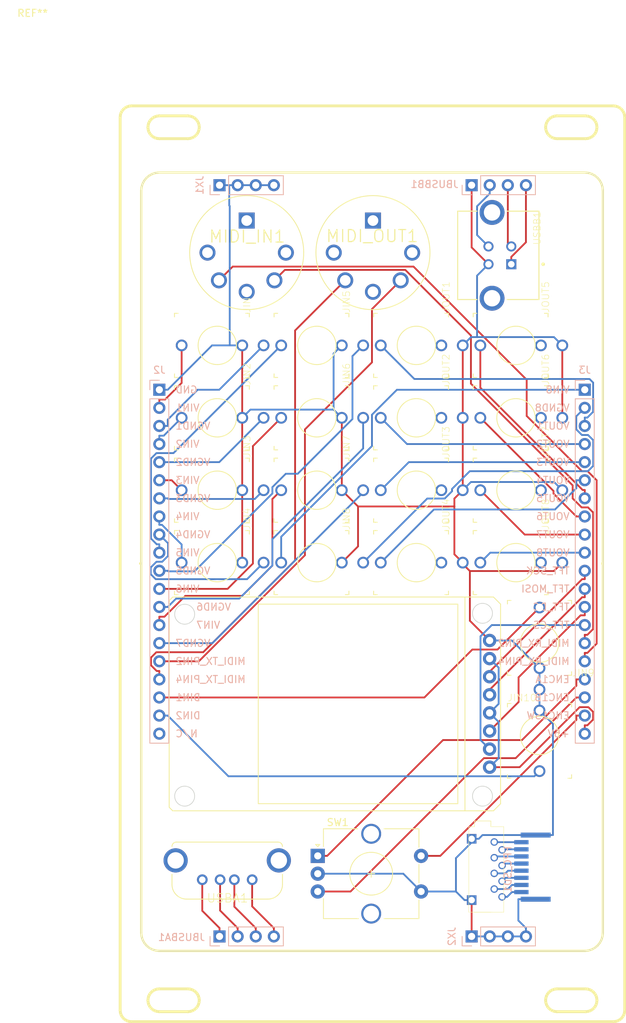
<source format=kicad_pcb>
(kicad_pcb (version 20171130) (host pcbnew "(5.1.6-0-10_14)")
  (layers (0 F.Cu signal) (31 B.Cu signal) (34 B.Paste user) (35 F.Paste user) (36 B.SilkS user) (37 F.SilkS user) (38 B.Mask user) (39 F.Mask user) (44 Edge.Cuts user))
  (net 0 "")
  (net 1 GND)
  (net 2 "Net-(FPC_SD1-Pad8)")
  (net 3 "Net-(FPC_SD1-Pad7)")
  (net 4 "Net-(FPC_SD1-Pad6)")
  (net 5 "Net-(FPC_SD1-Pad5)")
  (net 6 "Net-(FPC_SD1-Pad4)")
  (net 7 "Net-(FPC_SD1-Pad3)")
  (net 8 "Net-(FPC_SD1-Pad2)")
  (net 9 "Net-(FPC_SD1-Pad1)")
  (net 10 +5V)
  (net 11 /TFT_CS)
  (net 12 /TFT_DC)
  (net 13 /TFT_MOSI)
  (net 14 /TFT_SCK)
  (net 15 /MIDI_TX_PIN4)
  (net 16 /MIDI_TX_PIN2)
  (net 17 /VGND7)
  (net 18 /VIN7)
  (net 19 /VGND6)
  (net 20 /VIN6)
  (net 21 /VGND5)
  (net 22 /VIN5)
  (net 23 /VGND4)
  (net 24 /VIN4)
  (net 25 /VGND3)
  (net 26 /VIN3)
  (net 27 /VGND2)
  (net 28 /VIN2)
  (net 29 /VGND1)
  (net 30 /VIN1)
  (net 31 /MIDI_RX_PIN4)
  (net 32 /MIDI_RX_PIN2)
  (net 33 /VOUT8)
  (net 34 /VOUT7)
  (net 35 /VOUT6)
  (net 36 /VOUT5)
  (net 37 /VOUT4)
  (net 38 /VOUT3)
  (net 39 /VOUT2)
  (net 40 /VOUT1)
  (net 41 /VGND8)
  (net 42 /VIN8)
  (net 43 "Net-(JBUSBA1-Pad4)")
  (net 44 "Net-(JBUSBA1-Pad3)")
  (net 45 "Net-(JBUSBA1-Pad2)")
  (net 46 "Net-(JBUSBA1-Pad1)")
  (net 47 "Net-(JBUSBB1-Pad4)")
  (net 48 "Net-(JBUSBB1-Pad3)")
  (net 49 "Net-(JBUSBB1-Pad2)")
  (net 50 "Net-(J2-Pad20)")
  (net 51 /DIN2)
  (net 52 /DIN1)
  (net 53 /ENC1SW)
  (net 54 /ENC1B)
  (net 55 /ENC1A)
  (net 56 "Net-(JOUT1-PadTN)")
  (net 57 "Net-(JOUT2-PadTN)")
  (net 58 "Net-(JOUT3-PadTN)")
  (net 59 "Net-(JOUT4-PadTN)")
  (net 60 "Net-(JOUT5-PadTN)")
  (net 61 "Net-(JOUT6-PadTN)")
  (net 62 "Net-(JOUT7-PadTN)")
  (net 63 "Net-(JOUT8-PadTN)")
  (net 64 "Net-(MIDI_IN1-Pad5)")
  (net 65 "Net-(MIDI_IN1-Pad3)")
  (net 66 "Net-(MIDI_IN1-Pad1)")
  (net 67 "Net-(MIDI_OUT1-Pad5)")
  (net 68 "Net-(MIDI_OUT1-Pad3)")
  (net 69 "Net-(MIDI_OUT1-Pad1)")
  (net 70 "Net-(USBA1-Pad6)")
  (net 71 "Net-(USBA1-Pad5)")
  (net 72 "Net-(USBB1-Pad6)")
  (net 73 "Net-(USBB1-Pad5)")
  (module footprints:front-panel (layer F.Cu) (at 0 0)
    (fp_text reference REF** (at 0 0.5) (layer F.SilkS))
    (fp_text value front-panel)
  )
  (module Connector_PinSocket_2.54mm:PinSocket_1x04_P2.54mm_Vertical (layer B.Cu) (at 61.595 130.048 270)
    (fp_text reference JX2 (at 0 2.77 90) (layer B.SilkS) (effects (justify mirror)))
    (fp_text value Conn_01x04)
    (pad 4 thru_hole oval (at 0 -7.62 270) (size 1.7 1.7) (drill 1) (layers *.Cu *.Mask) (net 1 GND))
    (pad 3 thru_hole oval (at 0 -5.08 270) (size 1.7 1.7) (drill 1) (layers *.Cu *.Mask) (net 1 GND))
    (pad 2 thru_hole oval (at 0 -2.54 270) (size 1.7 1.7) (drill 1) (layers *.Cu *.Mask) (net 1 GND))
    (pad 1 thru_hole rect (at 0 0 270) (size 1.7 1.7) (drill 1) (layers *.Cu *.Mask) (net 1 GND))
  )
  (module Connector_PinSocket_2.54mm:PinSocket_1x04_P2.54mm_Vertical (layer B.Cu) (at 26.2255 24.638 270)
    (fp_text reference JX1 (at 0 2.77 90) (layer B.SilkS) (effects (justify mirror)))
    (fp_text value Conn_01x04)
    (pad 4 thru_hole oval (at 0 -7.62 270) (size 1.7 1.7) (drill 1) (layers *.Cu *.Mask) (net 1 GND))
    (pad 3 thru_hole oval (at 0 -5.08 270) (size 1.7 1.7) (drill 1) (layers *.Cu *.Mask) (net 1 GND))
    (pad 2 thru_hole oval (at 0 -2.54 270) (size 1.7 1.7) (drill 1) (layers *.Cu *.Mask) (net 1 GND))
    (pad 1 thru_hole rect (at 0 0 270) (size 1.7 1.7) (drill 1) (layers *.Cu *.Mask) (net 1 GND))
  )
  (module footprints:WQP-PJ301M-12_JACK (layer F.Cu) (at 71.12 101.854 180)
    (fp_text reference JIN10 (at 4.5212 4.7244) (layer F.SilkS) (effects (font (size 0.9652 0.9652) (thickness 0.077216)) (justify left bottom)))
    (fp_text value AudioJack2_SwitchT hide)
    (pad TN thru_hole circle (at 0 3.5 180) (size 1.65 1.65) (drill 1.1) (layers *.Cu *.Mask) (net 1 GND))
    (pad T thru_hole circle (at 0 -5 180) (size 1.65 1.65) (drill 1.1) (layers *.Cu *.Mask) (net 51 /DIN2))
  )
  (module Rotary_Encoder:RotaryEncoder_Alps_EC12E-Switch_Vertical_H20mm_CircularMountingHoles (layer F.Cu) (at 40.005 118.745)
    (fp_text reference SW1 (at 2.8 -4.7) (layer F.SilkS))
    (fp_text value Rotary_Encoder_Switch)
    (pad A thru_hole rect (at 0 0) (size 2 2) (drill 1) (layers *.Cu *.Mask) (net 55 /ENC1A))
    (pad C thru_hole circle (at 0 2.5) (size 2 2) (drill 1) (layers *.Cu *.Mask) (net 1 GND))
    (pad B thru_hole circle (at 0 5) (size 2 2) (drill 1) (layers *.Cu *.Mask) (net 54 /ENC1B))
    (pad MP thru_hole circle (at 7.5 -3.1) (size 2.8 2.8) (drill 2.2) (layers *.Cu *.Mask))
    (pad MP thru_hole circle (at 7.5 8.1) (size 2.8 2.8) (drill 2.2) (layers *.Cu *.Mask))
    (pad S1 thru_hole circle (at 14.5 0) (size 2 2) (drill 1) (layers *.Cu *.Mask) (net 53 /ENC1SW))
    (pad S2 thru_hole circle (at 14.5 5) (size 2 2) (drill 1) (layers *.Cu *.Mask) (net 1 GND))
  )
  (module footprints:WQP-PJ301M-12_JACK (layer F.Cu) (at 71.12 88.9)
    (fp_text reference JIN9 (at 4.5212 4.7244 -180) (layer F.SilkS) (effects (font (size 0.9652 0.9652) (thickness 0.077216)) (justify left bottom)))
    (fp_text value AudioJack2_SwitchT hide)
    (pad S thru_hole circle (at 0 6.5) (size 1.65 1.65) (drill 1.1) (layers *.Cu *.Mask) (net 1 GND))
    (pad TN thru_hole circle (at 0 3.5) (size 1.65 1.65) (drill 1.1) (layers *.Cu *.Mask) (net 1 GND))
    (pad T thru_hole circle (at 0 -5) (size 1.65 1.65) (drill 1.1) (layers *.Cu *.Mask) (net 52 /DIN1))
  )
  (module Connector_PinSocket_2.54mm:PinSocket_1x20_P2.54mm_Vertical (layer B.Cu) (at 77.47 53.34 180)
    (fp_text reference J3 (at 0 2.77) (layer B.SilkS) (effects (justify mirror)))
    (fp_text value Conn_01x20)
    (pad 20 thru_hole oval (at 0 -48.26 180) (size 1.7 1.7) (drill 1) (layers *.Cu *.Mask) (net 10 +5V))
    (pad 19 thru_hole oval (at 0 -45.72 180) (size 1.7 1.7) (drill 1) (layers *.Cu *.Mask) (net 53 /ENC1SW))
    (pad 18 thru_hole oval (at 0 -43.18 180) (size 1.7 1.7) (drill 1) (layers *.Cu *.Mask) (net 54 /ENC1B))
    (pad 17 thru_hole oval (at 0 -40.64 180) (size 1.7 1.7) (drill 1) (layers *.Cu *.Mask) (net 55 /ENC1A))
    (pad 16 thru_hole oval (at 0 -38.1 180) (size 1.7 1.7) (drill 1) (layers *.Cu *.Mask) (net 31 /MIDI_RX_PIN4))
    (pad 15 thru_hole oval (at 0 -35.56 180) (size 1.7 1.7) (drill 1) (layers *.Cu *.Mask) (net 32 /MIDI_RX_PIN2))
    (pad 14 thru_hole oval (at 0 -33.02 180) (size 1.7 1.7) (drill 1) (layers *.Cu *.Mask) (net 11 /TFT_CS))
    (pad 13 thru_hole oval (at 0 -30.48 180) (size 1.7 1.7) (drill 1) (layers *.Cu *.Mask) (net 12 /TFT_DC))
    (pad 12 thru_hole oval (at 0 -27.94 180) (size 1.7 1.7) (drill 1) (layers *.Cu *.Mask) (net 13 /TFT_MOSI))
    (pad 11 thru_hole oval (at 0 -25.4 180) (size 1.7 1.7) (drill 1) (layers *.Cu *.Mask) (net 14 /TFT_SCK))
    (pad 10 thru_hole oval (at 0 -22.86 180) (size 1.7 1.7) (drill 1) (layers *.Cu *.Mask) (net 33 /VOUT8))
    (pad 9 thru_hole oval (at 0 -20.32 180) (size 1.7 1.7) (drill 1) (layers *.Cu *.Mask) (net 34 /VOUT7))
    (pad 8 thru_hole oval (at 0 -17.78 180) (size 1.7 1.7) (drill 1) (layers *.Cu *.Mask) (net 35 /VOUT6))
    (pad 7 thru_hole oval (at 0 -15.24 180) (size 1.7 1.7) (drill 1) (layers *.Cu *.Mask) (net 36 /VOUT5))
    (pad 6 thru_hole oval (at 0 -12.7 180) (size 1.7 1.7) (drill 1) (layers *.Cu *.Mask) (net 37 /VOUT4))
    (pad 5 thru_hole oval (at 0 -10.16 180) (size 1.7 1.7) (drill 1) (layers *.Cu *.Mask) (net 38 /VOUT3))
    (pad 4 thru_hole oval (at 0 -7.62 180) (size 1.7 1.7) (drill 1) (layers *.Cu *.Mask) (net 39 /VOUT2))
    (pad 3 thru_hole oval (at 0 -5.08 180) (size 1.7 1.7) (drill 1) (layers *.Cu *.Mask) (net 40 /VOUT1))
    (pad 2 thru_hole oval (at 0 -2.54 180) (size 1.7 1.7) (drill 1) (layers *.Cu *.Mask) (net 41 /VGND8))
    (pad 1 thru_hole rect (at 0 0 180) (size 1.7 1.7) (drill 1) (layers *.Cu *.Mask) (net 42 /VIN8))
  )
  (module Connector_PinSocket_2.54mm:PinSocket_1x20_P2.54mm_Vertical (layer B.Cu) (at 17.78 53.34 180)
    (fp_text reference J2 (at 0 2.77) (layer B.SilkS) (effects (justify mirror)))
    (fp_text value Conn_01x20)
    (pad 20 thru_hole oval (at 0 -48.26 180) (size 1.7 1.7) (drill 1) (layers *.Cu *.Mask) (net 50 "Net-(J2-Pad20)"))
    (pad 19 thru_hole oval (at 0 -45.72 180) (size 1.7 1.7) (drill 1) (layers *.Cu *.Mask) (net 51 /DIN2))
    (pad 18 thru_hole oval (at 0 -43.18 180) (size 1.7 1.7) (drill 1) (layers *.Cu *.Mask) (net 52 /DIN1))
    (pad 17 thru_hole oval (at 0 -40.64 180) (size 1.7 1.7) (drill 1) (layers *.Cu *.Mask) (net 15 /MIDI_TX_PIN4))
    (pad 16 thru_hole oval (at 0 -38.1 180) (size 1.7 1.7) (drill 1) (layers *.Cu *.Mask) (net 16 /MIDI_TX_PIN2))
    (pad 15 thru_hole oval (at 0 -35.56 180) (size 1.7 1.7) (drill 1) (layers *.Cu *.Mask) (net 17 /VGND7))
    (pad 14 thru_hole oval (at 0 -33.02 180) (size 1.7 1.7) (drill 1) (layers *.Cu *.Mask) (net 18 /VIN7))
    (pad 13 thru_hole oval (at 0 -30.48 180) (size 1.7 1.7) (drill 1) (layers *.Cu *.Mask) (net 19 /VGND6))
    (pad 12 thru_hole oval (at 0 -27.94 180) (size 1.7 1.7) (drill 1) (layers *.Cu *.Mask) (net 20 /VIN6))
    (pad 11 thru_hole oval (at 0 -25.4 180) (size 1.7 1.7) (drill 1) (layers *.Cu *.Mask) (net 21 /VGND5))
    (pad 10 thru_hole oval (at 0 -22.86 180) (size 1.7 1.7) (drill 1) (layers *.Cu *.Mask) (net 22 /VIN5))
    (pad 9 thru_hole oval (at 0 -20.32 180) (size 1.7 1.7) (drill 1) (layers *.Cu *.Mask) (net 23 /VGND4))
    (pad 8 thru_hole oval (at 0 -17.78 180) (size 1.7 1.7) (drill 1) (layers *.Cu *.Mask) (net 24 /VIN4))
    (pad 7 thru_hole oval (at 0 -15.24 180) (size 1.7 1.7) (drill 1) (layers *.Cu *.Mask) (net 25 /VGND3))
    (pad 6 thru_hole oval (at 0 -12.7 180) (size 1.7 1.7) (drill 1) (layers *.Cu *.Mask) (net 26 /VIN3))
    (pad 5 thru_hole oval (at 0 -10.16 180) (size 1.7 1.7) (drill 1) (layers *.Cu *.Mask) (net 27 /VGND2))
    (pad 4 thru_hole oval (at 0 -7.62 180) (size 1.7 1.7) (drill 1) (layers *.Cu *.Mask) (net 28 /VIN2))
    (pad 3 thru_hole oval (at 0 -5.08 180) (size 1.7 1.7) (drill 1) (layers *.Cu *.Mask) (net 29 /VGND1))
    (pad 2 thru_hole oval (at 0 -2.54 180) (size 1.7 1.7) (drill 1) (layers *.Cu *.Mask) (net 30 /VIN1))
    (pad 1 thru_hole rect (at 0 0 180) (size 1.7 1.7) (drill 1) (layers *.Cu *.Mask) (net 1 GND))
  )
  (module footprints:WURTH_ELECTRONICS_61400413321_0 (layer F.Cu) (at 65.3415 34.4805 270)
    (fp_text reference USBB1 (at -6.2 -6 270) (layer F.SilkS) (effects (font (size 0.95 0.95) (thickness 0.076)) (justify right bottom)))
    (fp_text value 61400413321 hide)
    (pad 3 thru_hole circle (at -1.25 1.38 270) (size 1.42 1.42) (drill 0.92) (layers *.Cu *.Mask) (net 49 "Net-(JBUSBB1-Pad2)"))
    (pad 4 thru_hole circle (at 1.25 1.38 270) (size 1.42 1.42) (drill 0.92) (layers *.Cu *.Mask) (net 1 GND))
    (pad 2 thru_hole circle (at -1.25 -1.82 270) (size 1.42 1.42) (drill 0.92) (layers *.Cu *.Mask) (net 48 "Net-(JBUSBB1-Pad3)"))
    (pad 1 thru_hole rect (at 1.25 -1.82 270) (size 1.42 1.42) (drill 0.92) (layers *.Cu *.Mask) (net 47 "Net-(JBUSBB1-Pad4)"))
    (pad 6 thru_hole circle (at 6.02 0.88 270) (size 3.5 3.5) (drill 2.3) (layers *.Cu *.Mask) (net 72 "Net-(USBB1-Pad6)"))
    (pad 5 thru_hole circle (at -6.02 0.88 270) (size 3.5 3.5) (drill 2.3) (layers *.Cu *.Mask) (net 73 "Net-(USBB1-Pad5)"))
  )
  (module footprints:USB-A-S-X-X-VT (layer F.Cu) (at 27.305 119.38 180)
    (fp_text reference USBA1 (at -3.001018 -6.00205) (layer F.SilkS) (effects (font (size 1.206909 1.206909) (thickness 0.096552)) (justify right bottom)))
    (fp_text value USB-A-S-X-X-VT)
    (pad 6 thru_hole circle (at 7.24 0 180) (size 3.400001 3.400001) (drill 2.3) (layers *.Cu *.Mask) (net 70 "Net-(USBA1-Pad6)"))
    (pad 5 thru_hole circle (at -7.24 0 180) (size 3.400001 3.400001) (drill 2.3) (layers *.Cu *.Mask) (net 71 "Net-(USBA1-Pad5)"))
    (pad 4 thru_hole circle (at 3.5 -2.71 180) (size 1.5 1.5) (drill 0.92) (layers *.Cu *.Mask) (net 46 "Net-(JBUSBA1-Pad1)"))
    (pad 3 thru_hole circle (at 1 -2.71 180) (size 1.5 1.5) (drill 0.92) (layers *.Cu *.Mask) (net 45 "Net-(JBUSBA1-Pad2)"))
    (pad 2 thru_hole circle (at -1 -2.71 180) (size 1.5 1.5) (drill 0.92) (layers *.Cu *.Mask) (net 44 "Net-(JBUSBA1-Pad3)"))
    (pad 1 thru_hole circle (at -3.5 -2.71 180) (size 1.5 1.5) (drill 0.92) (layers *.Cu *.Mask) (net 43 "Net-(JBUSBA1-Pad4)"))
  )
  (module footprints:YAMAICHI_MICROSD_VERTICAL (layer F.Cu) (at 64.77 120.65 270)
    (fp_text reference SDCARD1 hide)
    (fp_text value YAMAICHI_SD_CARD hide)
    (pad 8 thru_hole circle (at 3.85 -1.1 270) (size 1.05 1.05) (drill 0.7) (layers *.Cu *.Mask) (net 9 "Net-(FPC_SD1-Pad1)"))
    (pad 7 thru_hole circle (at 2.75 0 270) (size 1.05 1.05) (drill 0.7) (layers *.Cu *.Mask) (net 8 "Net-(FPC_SD1-Pad2)"))
    (pad 6 thru_hole circle (at 1.65 -1.1 270) (size 1.05 1.05) (drill 0.7) (layers *.Cu *.Mask) (net 7 "Net-(FPC_SD1-Pad3)"))
    (pad 5 thru_hole circle (at 0.55 0 270) (size 1.05 1.05) (drill 0.7) (layers *.Cu *.Mask) (net 6 "Net-(FPC_SD1-Pad4)"))
    (pad 4 thru_hole circle (at -0.55 -1.1 270) (size 1.05 1.05) (drill 0.7) (layers *.Cu *.Mask) (net 5 "Net-(FPC_SD1-Pad5)"))
    (pad 3 thru_hole circle (at -1.65 0 270) (size 1.05 1.05) (drill 0.7) (layers *.Cu *.Mask) (net 4 "Net-(FPC_SD1-Pad6)"))
    (pad 2 thru_hole circle (at -2.75 -1.1 270) (size 1.05 1.05) (drill 0.7) (layers *.Cu *.Mask) (net 3 "Net-(FPC_SD1-Pad7)"))
    (pad 1 thru_hole circle (at -3.85 0 270) (size 1.05 1.05) (drill 0.7) (layers *.Cu *.Mask) (net 2 "Net-(FPC_SD1-Pad8)"))
    (pad 9 thru_hole rect (at 4.3 3.17 270) (size 1.35 1.35) (drill 0.9) (layers *.Cu *.Mask) (net 1 GND))
    (pad 10 thru_hole rect (at -4.3 3.17 270) (size 1.35 1.35) (drill 0.9) (layers *.Cu *.Mask) (net 1 GND))
  )
  (module footprints:OG-MIDI_SD-50BV (layer F.Cu) (at 47.752 34.0995 180)
    (fp_text reference MIDI_OUT1 (at -6.477 1.3335 180) (layer F.SilkS) (effects (font (size 1.6891 1.6891) (thickness 0.16891)) (justify right bottom)))
    (fp_text value DIN-5 hide)
    (pad P$3 thru_hole rect (at 0 4.5 180) (size 2.25 2.25) (drill 1.5) (layers *.Cu *.Mask))
    (pad 4 thru_hole circle (at 3.89 -3.89 180) (size 2.25 2.25) (drill 1.5) (layers *.Cu *.Mask) (net 15 /MIDI_TX_PIN4))
    (pad 2 thru_hole circle (at -3.89 -3.89 180) (size 2.25 2.25) (drill 1.5) (layers *.Cu *.Mask) (net 16 /MIDI_TX_PIN2))
    (pad 5 thru_hole circle (at 5.5 0 180) (size 2.25 2.25) (drill 1.5) (layers *.Cu *.Mask) (net 67 "Net-(MIDI_OUT1-Pad5)"))
    (pad 3 thru_hole circle (at 0 -5.5 270) (size 2.25 2.25) (drill 1.5) (layers *.Cu *.Mask) (net 68 "Net-(MIDI_OUT1-Pad3)"))
    (pad 1 thru_hole circle (at -5.5 0 180) (size 2.25 2.25) (drill 1.5) (layers *.Cu *.Mask) (net 69 "Net-(MIDI_OUT1-Pad1)"))
  )
  (module footprints:OG-MIDI_SD-50BV (layer F.Cu) (at 30.0355 34.0995 180)
    (fp_text reference MIDI_IN1 (at -5.5245 1.27 180) (layer F.SilkS) (effects (font (size 1.6891 1.6891) (thickness 0.16891)) (justify right bottom)))
    (fp_text value DIN-5 hide)
    (pad P$3 thru_hole rect (at 0 4.5 180) (size 2.25 2.25) (drill 1.5) (layers *.Cu *.Mask))
    (pad 4 thru_hole circle (at 3.89 -3.89 180) (size 2.25 2.25) (drill 1.5) (layers *.Cu *.Mask) (net 31 /MIDI_RX_PIN4))
    (pad 2 thru_hole circle (at -3.89 -3.89 180) (size 2.25 2.25) (drill 1.5) (layers *.Cu *.Mask) (net 32 /MIDI_RX_PIN2))
    (pad 5 thru_hole circle (at 5.5 0 180) (size 2.25 2.25) (drill 1.5) (layers *.Cu *.Mask) (net 64 "Net-(MIDI_IN1-Pad5)"))
    (pad 3 thru_hole circle (at 0 -5.5 270) (size 2.25 2.25) (drill 1.5) (layers *.Cu *.Mask) (net 65 "Net-(MIDI_IN1-Pad3)"))
    (pad 1 thru_hole circle (at -5.5 0 180) (size 2.25 2.25) (drill 1.5) (layers *.Cu *.Mask) (net 66 "Net-(MIDI_IN1-Pad1)"))
  )
  (module footprints:WQP-PJ301M-12_JACK (layer F.Cu) (at 67.818 77.597 90)
    (fp_text reference JOUT8 (at 4.5212 4.7244 -90) (layer F.SilkS) (effects (font (size 0.9652 0.9652) (thickness 0.077216)) (justify left bottom)))
    (fp_text value AudioJack2_SwitchT hide)
    (pad S thru_hole circle (at 0 6.5 90) (size 1.65 1.65) (drill 1.1) (layers *.Cu *.Mask) (net 1 GND))
    (pad TN thru_hole circle (at 0 3.5 90) (size 1.65 1.65) (drill 1.1) (layers *.Cu *.Mask) (net 63 "Net-(JOUT8-PadTN)"))
    (pad T thru_hole circle (at 0 -5 90) (size 1.65 1.65) (drill 1.1) (layers *.Cu *.Mask) (net 33 /VOUT8))
  )
  (module footprints:WQP-PJ301M-12_JACK (layer F.Cu) (at 67.818 67.437 90)
    (fp_text reference JOUT7 (at 4.5212 4.7244 -90) (layer F.SilkS) (effects (font (size 0.9652 0.9652) (thickness 0.077216)) (justify left bottom)))
    (fp_text value AudioJack2_SwitchT hide)
    (pad S thru_hole circle (at 0 6.5 90) (size 1.65 1.65) (drill 1.1) (layers *.Cu *.Mask) (net 1 GND))
    (pad TN thru_hole circle (at 0 3.5 90) (size 1.65 1.65) (drill 1.1) (layers *.Cu *.Mask) (net 62 "Net-(JOUT7-PadTN)"))
    (pad T thru_hole circle (at 0 -5 90) (size 1.65 1.65) (drill 1.1) (layers *.Cu *.Mask) (net 34 /VOUT7))
  )
  (module footprints:WQP-PJ301M-12_JACK (layer F.Cu) (at 67.818 57.277 90)
    (fp_text reference JOUT6 (at 4.5212 4.7244 -90) (layer F.SilkS) (effects (font (size 0.9652 0.9652) (thickness 0.077216)) (justify left bottom)))
    (fp_text value AudioJack2_SwitchT hide)
    (pad S thru_hole circle (at 0 6.5 90) (size 1.65 1.65) (drill 1.1) (layers *.Cu *.Mask) (net 1 GND))
    (pad TN thru_hole circle (at 0 3.5 90) (size 1.65 1.65) (drill 1.1) (layers *.Cu *.Mask) (net 61 "Net-(JOUT6-PadTN)"))
    (pad T thru_hole circle (at 0 -5 90) (size 1.65 1.65) (drill 1.1) (layers *.Cu *.Mask) (net 35 /VOUT6))
  )
  (module footprints:WQP-PJ301M-12_JACK (layer F.Cu) (at 67.818 47.117 90)
    (fp_text reference JOUT5 (at 4.5212 4.7244 -90) (layer F.SilkS) (effects (font (size 0.9652 0.9652) (thickness 0.077216)) (justify left bottom)))
    (fp_text value AudioJack2_SwitchT hide)
    (pad S thru_hole circle (at 0 6.5 90) (size 1.65 1.65) (drill 1.1) (layers *.Cu *.Mask) (net 1 GND))
    (pad TN thru_hole circle (at 0 3.5 90) (size 1.65 1.65) (drill 1.1) (layers *.Cu *.Mask) (net 60 "Net-(JOUT5-PadTN)"))
    (pad T thru_hole circle (at 0 -5 90) (size 1.65 1.65) (drill 1.1) (layers *.Cu *.Mask) (net 36 /VOUT5))
  )
  (module footprints:WQP-PJ301M-12_JACK (layer F.Cu) (at 53.848 77.597 90)
    (fp_text reference JOUT4 (at 4.5212 4.7244 -90) (layer F.SilkS) (effects (font (size 0.9652 0.9652) (thickness 0.077216)) (justify left bottom)))
    (fp_text value AudioJack2_SwitchT hide)
    (pad S thru_hole circle (at 0 6.5 90) (size 1.65 1.65) (drill 1.1) (layers *.Cu *.Mask) (net 1 GND))
    (pad TN thru_hole circle (at 0 3.5 90) (size 1.65 1.65) (drill 1.1) (layers *.Cu *.Mask) (net 59 "Net-(JOUT4-PadTN)"))
    (pad T thru_hole circle (at 0 -5 90) (size 1.65 1.65) (drill 1.1) (layers *.Cu *.Mask) (net 37 /VOUT4))
  )
  (module footprints:WQP-PJ301M-12_JACK (layer F.Cu) (at 53.848 67.437 90)
    (fp_text reference JOUT3 (at 4.5212 4.7244 -90) (layer F.SilkS) (effects (font (size 0.9652 0.9652) (thickness 0.077216)) (justify left bottom)))
    (fp_text value AudioJack2_SwitchT hide)
    (pad S thru_hole circle (at 0 6.5 90) (size 1.65 1.65) (drill 1.1) (layers *.Cu *.Mask) (net 1 GND))
    (pad TN thru_hole circle (at 0 3.5 90) (size 1.65 1.65) (drill 1.1) (layers *.Cu *.Mask) (net 58 "Net-(JOUT3-PadTN)"))
    (pad T thru_hole circle (at 0 -5 90) (size 1.65 1.65) (drill 1.1) (layers *.Cu *.Mask) (net 38 /VOUT3))
  )
  (module footprints:WQP-PJ301M-12_JACK (layer F.Cu) (at 53.848 57.277 90)
    (fp_text reference JOUT2 (at 4.5212 4.7244 -90) (layer F.SilkS) (effects (font (size 0.9652 0.9652) (thickness 0.077216)) (justify left bottom)))
    (fp_text value AudioJack2_SwitchT hide)
    (pad S thru_hole circle (at 0 6.5 90) (size 1.65 1.65) (drill 1.1) (layers *.Cu *.Mask) (net 1 GND))
    (pad TN thru_hole circle (at 0 3.5 90) (size 1.65 1.65) (drill 1.1) (layers *.Cu *.Mask) (net 57 "Net-(JOUT2-PadTN)"))
    (pad T thru_hole circle (at 0 -5 90) (size 1.65 1.65) (drill 1.1) (layers *.Cu *.Mask) (net 39 /VOUT2))
  )
  (module footprints:WQP-PJ301M-12_JACK (layer F.Cu) (at 53.848 47.117 90)
    (fp_text reference JOUT1 (at 4.5212 4.7244 -90) (layer F.SilkS) (effects (font (size 0.9652 0.9652) (thickness 0.077216)) (justify left bottom)))
    (fp_text value AudioJack2_SwitchT hide)
    (pad S thru_hole circle (at 0 6.5 90) (size 1.65 1.65) (drill 1.1) (layers *.Cu *.Mask) (net 1 GND))
    (pad TN thru_hole circle (at 0 3.5 90) (size 1.65 1.65) (drill 1.1) (layers *.Cu *.Mask) (net 56 "Net-(JOUT1-PadTN)"))
    (pad T thru_hole circle (at 0 -5 90) (size 1.65 1.65) (drill 1.1) (layers *.Cu *.Mask) (net 40 /VOUT1))
  )
  (module footprints:WQP-PJ301M-12_JACK (layer F.Cu) (at 39.878 77.597 90)
    (fp_text reference JIN8 (at 4.5212 4.7244 -90) (layer F.SilkS) (effects (font (size 0.9652 0.9652) (thickness 0.077216)) (justify left bottom)))
    (fp_text value AudioJack2_SwitchT hide)
    (pad S thru_hole circle (at 0 6.5 90) (size 1.65 1.65) (drill 1.1) (layers *.Cu *.Mask) (net 41 /VGND8))
    (pad TN thru_hole circle (at 0 3.5 90) (size 1.65 1.65) (drill 1.1) (layers *.Cu *.Mask) (net 1 GND))
    (pad T thru_hole circle (at 0 -5 90) (size 1.65 1.65) (drill 1.1) (layers *.Cu *.Mask) (net 42 /VIN8))
  )
  (module footprints:WQP-PJ301M-12_JACK (layer F.Cu) (at 39.878 67.437 90)
    (fp_text reference JIN7 (at 4.5212 4.7244 -90) (layer F.SilkS) (effects (font (size 0.9652 0.9652) (thickness 0.077216)) (justify left bottom)))
    (fp_text value AudioJack2_SwitchT hide)
    (pad S thru_hole circle (at 0 6.5 90) (size 1.65 1.65) (drill 1.1) (layers *.Cu *.Mask) (net 17 /VGND7))
    (pad TN thru_hole circle (at 0 3.5 90) (size 1.65 1.65) (drill 1.1) (layers *.Cu *.Mask) (net 1 GND))
    (pad T thru_hole circle (at 0 -5 90) (size 1.65 1.65) (drill 1.1) (layers *.Cu *.Mask) (net 18 /VIN7))
  )
  (module footprints:WQP-PJ301M-12_JACK (layer F.Cu) (at 39.878 57.277 90)
    (fp_text reference JIN6 (at 4.5212 4.7244 -90) (layer F.SilkS) (effects (font (size 0.9652 0.9652) (thickness 0.077216)) (justify left bottom)))
    (fp_text value AudioJack2_SwitchT hide)
    (pad S thru_hole circle (at 0 6.5 90) (size 1.65 1.65) (drill 1.1) (layers *.Cu *.Mask) (net 19 /VGND6))
    (pad TN thru_hole circle (at 0 3.5 90) (size 1.65 1.65) (drill 1.1) (layers *.Cu *.Mask) (net 1 GND))
    (pad T thru_hole circle (at 0 -5 90) (size 1.65 1.65) (drill 1.1) (layers *.Cu *.Mask) (net 20 /VIN6))
  )
  (module footprints:WQP-PJ301M-12_JACK (layer F.Cu) (at 39.878 47.117 90)
    (fp_text reference JIN5 (at 4.5212 4.7244 -90) (layer F.SilkS) (effects (font (size 0.9652 0.9652) (thickness 0.077216)) (justify left bottom)))
    (fp_text value AudioJack2_SwitchT hide)
    (pad S thru_hole circle (at 0 6.5 90) (size 1.65 1.65) (drill 1.1) (layers *.Cu *.Mask) (net 21 /VGND5))
    (pad TN thru_hole circle (at 0 3.5 90) (size 1.65 1.65) (drill 1.1) (layers *.Cu *.Mask) (net 1 GND))
    (pad T thru_hole circle (at 0 -5 90) (size 1.65 1.65) (drill 1.1) (layers *.Cu *.Mask) (net 22 /VIN5))
  )
  (module footprints:WQP-PJ301M-12_JACK (layer F.Cu) (at 25.908 77.597 90)
    (fp_text reference JIN4 (at 4.5212 4.7244 -90) (layer F.SilkS) (effects (font (size 0.9652 0.9652) (thickness 0.077216)) (justify left bottom)))
    (fp_text value AudioJack2_SwitchT hide)
    (pad S thru_hole circle (at 0 6.5 90) (size 1.65 1.65) (drill 1.1) (layers *.Cu *.Mask) (net 23 /VGND4))
    (pad TN thru_hole circle (at 0 3.5 90) (size 1.65 1.65) (drill 1.1) (layers *.Cu *.Mask) (net 1 GND))
    (pad T thru_hole circle (at 0 -5 90) (size 1.65 1.65) (drill 1.1) (layers *.Cu *.Mask) (net 24 /VIN4))
  )
  (module footprints:WQP-PJ301M-12_JACK (layer F.Cu) (at 25.908 67.437 90)
    (fp_text reference JIN3 (at 4.5212 4.7244 -90) (layer F.SilkS) (effects (font (size 0.9652 0.9652) (thickness 0.077216)) (justify left bottom)))
    (fp_text value AudioJack2_SwitchT hide)
    (pad S thru_hole circle (at 0 6.5 90) (size 1.65 1.65) (drill 1.1) (layers *.Cu *.Mask) (net 25 /VGND3))
    (pad TN thru_hole circle (at 0 3.5 90) (size 1.65 1.65) (drill 1.1) (layers *.Cu *.Mask) (net 1 GND))
    (pad T thru_hole circle (at 0 -5 90) (size 1.65 1.65) (drill 1.1) (layers *.Cu *.Mask) (net 26 /VIN3))
  )
  (module footprints:WQP-PJ301M-12_JACK (layer F.Cu) (at 25.908 57.277 90)
    (fp_text reference JIN2 (at 4.5212 4.7244 -90) (layer F.SilkS) (effects (font (size 0.9652 0.9652) (thickness 0.077216)) (justify left bottom)))
    (fp_text value AudioJack2_SwitchT hide)
    (pad S thru_hole circle (at 0 6.5 90) (size 1.65 1.65) (drill 1.1) (layers *.Cu *.Mask) (net 27 /VGND2))
    (pad TN thru_hole circle (at 0 3.5 90) (size 1.65 1.65) (drill 1.1) (layers *.Cu *.Mask) (net 1 GND))
    (pad T thru_hole circle (at 0 -5 90) (size 1.65 1.65) (drill 1.1) (layers *.Cu *.Mask) (net 28 /VIN2))
  )
  (module footprints:WQP-PJ301M-12_JACK (layer F.Cu) (at 25.908 47.117 90)
    (fp_text reference JIN1 (at 4.5212 4.7244 -90) (layer F.SilkS) (effects (font (size 0.9652 0.9652) (thickness 0.077216)) (justify left bottom)))
    (fp_text value AudioJack2_SwitchT hide)
    (pad S thru_hole circle (at 0 6.5 90) (size 1.65 1.65) (drill 1.1) (layers *.Cu *.Mask) (net 29 /VGND1))
    (pad TN thru_hole circle (at 0 3.5 90) (size 1.65 1.65) (drill 1.1) (layers *.Cu *.Mask) (net 1 GND))
    (pad T thru_hole circle (at 0 -5 90) (size 1.65 1.65) (drill 1.1) (layers *.Cu *.Mask) (net 30 /VIN1))
  )
  (module Connector_PinSocket_2.54mm:PinSocket_1x04_P2.54mm_Vertical (layer B.Cu) (at 61.595 24.638 270)
    (fp_text reference JBUSBB1 (at -0.127 5.207 180) (layer B.SilkS) (effects (justify mirror)))
    (fp_text value Conn_01x04)
    (pad 1 thru_hole rect (at 0 0 270) (size 1.7 1.7) (drill 1) (layers *.Cu *.Mask) (net 1 GND))
    (pad 2 thru_hole oval (at 0 -2.54 270) (size 1.7 1.7) (drill 1) (layers *.Cu *.Mask) (net 49 "Net-(JBUSBB1-Pad2)"))
    (pad 3 thru_hole oval (at 0 -5.08 270) (size 1.7 1.7) (drill 1) (layers *.Cu *.Mask) (net 48 "Net-(JBUSBB1-Pad3)"))
    (pad 4 thru_hole oval (at 0 -7.62 270) (size 1.7 1.7) (drill 1) (layers *.Cu *.Mask) (net 47 "Net-(JBUSBB1-Pad4)"))
  )
  (module Connector_PinSocket_2.54mm:PinSocket_1x04_P2.54mm_Vertical (layer B.Cu) (at 26.2255 130.048 270)
    (fp_text reference JBUSBA1 (at 0.127 5.334 180) (layer B.SilkS) (effects (justify mirror)))
    (fp_text value Conn_01x04)
    (pad 1 thru_hole rect (at 0 0 270) (size 1.7 1.7) (drill 1) (layers *.Cu *.Mask) (net 46 "Net-(JBUSBA1-Pad1)"))
    (pad 2 thru_hole oval (at 0 -2.54 270) (size 1.7 1.7) (drill 1) (layers *.Cu *.Mask) (net 45 "Net-(JBUSBA1-Pad2)"))
    (pad 3 thru_hole oval (at 0 -5.08 270) (size 1.7 1.7) (drill 1) (layers *.Cu *.Mask) (net 44 "Net-(JBUSBA1-Pad3)"))
    (pad 4 thru_hole oval (at 0 -7.62 270) (size 1.7 1.7) (drill 1) (layers *.Cu *.Mask) (net 43 "Net-(JBUSBA1-Pad4)"))
  )
  (module footprints:ST7735 (layer F.Cu) (at 65.659 82.423 270)
    (fp_text reference J1 hide)
    (fp_text value Conn_01x08 hide)
    (pad 8 thru_hole circle (at 23.88 1.54) (size 1.8796 1.8796) (drill 1.016) (layers *.Cu *.Mask) (net 10 +5V))
    (pad 7 thru_hole circle (at 21.34 1.54) (size 1.8796 1.8796) (drill 1.016) (layers *.Cu *.Mask) (net 11 /TFT_CS))
    (pad 6 thru_hole circle (at 18.8 1.54) (size 1.8796 1.8796) (drill 1.016) (layers *.Cu *.Mask) (net 12 /TFT_DC))
    (pad 5 thru_hole circle (at 16.26 1.54) (size 1.8796 1.8796) (drill 1.016) (layers *.Cu *.Mask) (net 10 +5V))
    (pad 4 thru_hole circle (at 13.72 1.54) (size 1.8796 1.8796) (drill 1.016) (layers *.Cu *.Mask) (net 13 /TFT_MOSI))
    (pad 3 thru_hole circle (at 11.18 1.54) (size 1.8796 1.8796) (drill 1.016) (layers *.Cu *.Mask) (net 14 /TFT_SCK))
    (pad 2 thru_hole circle (at 8.64 1.54) (size 1.8796 1.8796) (drill 1.016) (layers *.Cu *.Mask) (net 10 +5V))
    (pad 1 thru_hole circle (at 6.1 1.54) (size 1.8796 1.8796) (drill 1.016) (layers *.Cu *.Mask) (net 1 GND))
  )
  (module footprints:HFW8R-1STE1LF (layer B.Cu) (at 68.58 123.825 270)
    (fp_text reference FPC_SD1 (at -3.175 1.905 90) (layer B.SilkS) (effects (justify mirror)))
    (fp_text value 1734592-8)
    (pad 10 smd rect (at 1 -2 270) (size 0.7 4.2) (layers B.Cu B.Paste B.Mask) (net 1 GND))
    (pad 9 smd rect (at -8 -2 270) (size 0.7 4.2) (layers B.Cu B.Paste B.Mask) (net 1 GND))
    (pad 8 smd rect (at -7 0 270) (size 0.6 2) (layers B.Cu B.Paste B.Mask) (net 2 "Net-(FPC_SD1-Pad8)"))
    (pad 7 smd rect (at -6 0 270) (size 0.6 2) (layers B.Cu B.Paste B.Mask) (net 3 "Net-(FPC_SD1-Pad7)"))
    (pad 6 smd rect (at -5 0 270) (size 0.6 2) (layers B.Cu B.Paste B.Mask) (net 4 "Net-(FPC_SD1-Pad6)"))
    (pad 5 smd rect (at -4 0 270) (size 0.6 2) (layers B.Cu B.Paste B.Mask) (net 5 "Net-(FPC_SD1-Pad5)"))
    (pad 4 smd rect (at -3 0 270) (size 0.6 2) (layers B.Cu B.Paste B.Mask) (net 6 "Net-(FPC_SD1-Pad4)"))
    (pad 3 smd rect (at -2 0 270) (size 0.6 2) (layers B.Cu B.Paste B.Mask) (net 7 "Net-(FPC_SD1-Pad3)"))
    (pad 2 smd rect (at -1 0 270) (size 0.6 2) (layers B.Cu B.Paste B.Mask) (net 8 "Net-(FPC_SD1-Pad2)"))
    (pad 1 smd rect (at 0 0 270) (size 0.6 2) (layers B.Cu B.Paste B.Mask) (net 9 "Net-(FPC_SD1-Pad1)"))
  )
  (gr_text DIN2 (at 21.804286 99.06) (layer B.SilkS) (effects (font (size 1 1)) (justify mirror)))
  (gr_text DIN1 (at 21.804286 96.52) (layer B.SilkS) (effects (font (size 1 1)) (justify mirror)))
  (gr_text MIDI_TX_PIN4 (at 24.970953 93.98) (layer B.SilkS) (effects (font (size 1 1)) (justify mirror)))
  (gr_text MIDI_TX_PIN2 (at 24.970953 91.44) (layer B.SilkS) (effects (font (size 1 1)) (justify mirror)))
  (gr_text VGND7 (at 22.494762 88.9) (layer B.SilkS) (effects (font (size 1 1)) (justify mirror)))
  (gr_text VIN7 (at 24.638095 86.36) (layer B.SilkS) (effects (font (size 1 1)) (justify mirror)))
  (gr_text VGND6 (at 25.4 83.82) (layer B.SilkS) (effects (font (size 1 1)) (justify mirror)))
  (gr_text VIN6 (at 21.732857 81.28) (layer B.SilkS) (effects (font (size 1 1)) (justify mirror)))
  (gr_text VGND5 (at 22.494762 78.74) (layer B.SilkS) (effects (font (size 1 1)) (justify mirror)))
  (gr_text VIN5 (at 21.732857 76.2) (layer B.SilkS) (effects (font (size 1 1)) (justify mirror)))
  (gr_text VGND4 (at 22.494762 73.66) (layer B.SilkS) (effects (font (size 1 1)) (justify mirror)))
  (gr_text VIN4 (at 21.732857 71.12) (layer B.SilkS) (effects (font (size 1 1)) (justify mirror)))
  (gr_text VGND3 (at 22.494762 68.58) (layer B.SilkS) (effects (font (size 1 1)) (justify mirror)))
  (gr_text VIN3 (at 21.732857 66.04) (layer B.SilkS) (effects (font (size 1 1)) (justify mirror)))
  (gr_text VGND2 (at 22.494762 63.5) (layer B.SilkS) (effects (font (size 1 1)) (justify mirror)))
  (gr_text VIN2 (at 21.732857 60.96) (layer B.SilkS) (effects (font (size 1 1)) (justify mirror)))
  (gr_text VGND1 (at 22.494762 58.42) (layer B.SilkS) (effects (font (size 1 1)) (justify mirror)))
  (gr_text VIN1 (at 21.732857 55.88) (layer B.SilkS) (effects (font (size 1 1)) (justify mirror)))
  (gr_text ENC1SW (at 72.326667 99.06) (layer B.SilkS) (effects (font (size 1 1)) (justify mirror)))
  (gr_text ENC1B (at 72.874286 96.52) (layer B.SilkS) (effects (font (size 1 1)) (justify mirror)))
  (gr_text ENC1A (at 72.945714 93.98) (layer B.SilkS) (effects (font (size 1 1)) (justify mirror)))
  (gr_text MIDI_RX_PIN4 (at 70.302857 91.44) (layer B.SilkS) (effects (font (size 1 1)) (justify mirror)))
  (gr_text MIDI_RX_PIN2 (at 70.302857 88.9) (layer B.SilkS) (effects (font (size 1 1)) (justify mirror)))
  (gr_text TFT_CS (at 72.779048 86.36) (layer B.SilkS) (effects (font (size 1 1)) (justify mirror)))
  (gr_text TFT_DC (at 72.755238 83.82) (layer B.SilkS) (effects (font (size 1 1)) (justify mirror)))
  (gr_text TFT_MOSI (at 71.945714 81.28) (layer B.SilkS) (effects (font (size 1 1)) (justify mirror)))
  (gr_text TFT_SCK (at 72.279048 78.74) (layer B.SilkS) (effects (font (size 1 1)) (justify mirror)))
  (gr_text VOUT8 (at 72.993333 76.2) (layer B.SilkS) (effects (font (size 1 1)) (justify mirror)))
  (gr_text VOUT7 (at 72.993333 73.66) (layer B.SilkS) (effects (font (size 1 1)) (justify mirror)))
  (gr_text VOUT6 (at 72.993333 71.12) (layer B.SilkS) (effects (font (size 1 1)) (justify mirror)))
  (gr_text VOUT5 (at 72.993333 68.58) (layer B.SilkS) (effects (font (size 1 1)) (justify mirror)))
  (gr_text VOUT4 (at 72.993333 66.04) (layer B.SilkS) (effects (font (size 1 1)) (justify mirror)))
  (gr_text VOUT3 (at 72.993333 63.5) (layer B.SilkS) (effects (font (size 1 1)) (justify mirror)))
  (gr_text VOUT2 (at 72.993333 60.96) (layer B.SilkS) (effects (font (size 1 1)) (justify mirror)))
  (gr_text VOUT1 (at 72.993333 58.42) (layer B.SilkS) (effects (font (size 1 1)) (justify mirror)))
  (gr_text VGND8 (at 72.898095 55.88) (layer B.SilkS) (effects (font (size 1 1)) (justify mirror)))
  (gr_text GND (at 21.59 53.34) (layer B.SilkS) (effects (font (size 1 1)) (justify mirror)))
  (gr_text N/C (at 21.61381 101.6) (layer B.SilkS) (effects (font (size 1 1)) (justify mirror)))
  (gr_text +5V (at 73.802857 101.6) (layer B.SilkS) (effects (font (size 1 1)) (justify mirror)))
  (gr_text VIN8 (at 73.66 53.34) (layer B.SilkS) (effects (font (size 1 1)) (justify mirror)))
  (gr_line (start 77.47 132.08) (end 17.78 132.08) (layer Edge.Cuts) (width 0.1))
  (gr_circle (center 63.119 110.363) (end 64.519 110.363) (layer Edge.Cuts) (width 0.1))
  (gr_circle (center 21.333 110.363) (end 22.733 110.363) (layer Edge.Cuts) (width 0.1))
  (gr_circle (center 63.119 84.709) (end 64.519 84.709) (layer Edge.Cuts) (width 0.1))
  (gr_circle (center 21.333 84.836) (end 22.733 84.836) (layer Edge.Cuts) (width 0.1))
  (gr_arc (start 77.47 129.54) (end 77.47 132.08) (angle -90) (layer Edge.Cuts) (width 0.1))
  (gr_arc (start 17.78 129.54) (end 15.24 129.54) (angle -90) (layer Edge.Cuts) (width 0.1))
  (gr_arc (start 17.78 25.4) (end 17.78 22.86) (angle -90) (layer Edge.Cuts) (width 0.1))
  (gr_arc (start 77.47 25.4) (end 80.01 25.4) (angle -90) (layer Edge.Cuts) (width 0.1))
  (gr_line (start 15.24 129.54) (end 15.24 25.4) (layer Edge.Cuts) (width 0.1))
  (gr_line (start 80.01 25.4) (end 80.01 129.54) (layer Edge.Cuts) (width 0.1))
  (gr_line (start 17.78 22.86) (end 77.47 22.86) (layer Edge.Cuts) (width 0.1))
  (segment (start 70.58 115.825) (end 73.0053 115.825) (width 0.25) (layer B.Cu) (net 1))
  (segment (start 73.0053 115.825) (end 73.0053 100.2393) (width 0.25) (layer B.Cu) (net 1))
  (segment (start 73.0053 100.2393) (end 71.12 98.354) (width 0.25) (layer B.Cu) (net 1))
  (segment (start 70.58 115.825) (end 63.1253 115.825) (width 0.25) (layer B.Cu) (net 1))
  (segment (start 63.1253 115.825) (end 62.6003 116.35) (width 0.25) (layer B.Cu) (net 1))
  (segment (start 71.12 92.4) (end 71.12 95.4) (width 0.25) (layer B.Cu) (net 1))
  (segment (start 64.119 88.523) (end 67.243 88.523) (width 0.25) (layer B.Cu) (net 1))
  (segment (start 67.243 88.523) (end 71.12 92.4) (width 0.25) (layer B.Cu) (net 1))
  (segment (start 54.505 123.745) (end 52.005 121.245) (width 0.25) (layer B.Cu) (net 1))
  (segment (start 52.005 121.245) (end 40.005 121.245) (width 0.25) (layer B.Cu) (net 1))
  (segment (start 59.3947 123.745) (end 54.505 123.745) (width 0.25) (layer B.Cu) (net 1))
  (segment (start 43.378 57.277) (end 43.378 67.437) (width 0.25) (layer F.Cu) (net 1))
  (segment (start 45.6584 69.7174) (end 43.378 67.437) (width 0.25) (layer F.Cu) (net 1))
  (segment (start 27.6527 47.117) (end 25.1783 47.117) (width 0.25) (layer B.Cu) (net 1))
  (segment (start 25.1783 47.117) (end 18.9553 53.34) (width 0.25) (layer B.Cu) (net 1))
  (segment (start 29.408 47.117) (end 27.6527 47.117) (width 0.25) (layer B.Cu) (net 1))
  (segment (start 27.6527 47.117) (end 27.6527 27.552) (width 0.25) (layer B.Cu) (net 1))
  (segment (start 27.6527 27.552) (end 27.5902 27.4895) (width 0.25) (layer B.Cu) (net 1))
  (segment (start 27.5902 27.4895) (end 27.5902 24.638) (width 0.25) (layer B.Cu) (net 1))
  (segment (start 17.78 53.34) (end 18.9553 53.34) (width 0.25) (layer B.Cu) (net 1))
  (segment (start 60.348 67.437) (end 61.4998 66.2852) (width 0.25) (layer B.Cu) (net 1))
  (segment (start 61.4998 66.2852) (end 73.1662 66.2852) (width 0.25) (layer B.Cu) (net 1))
  (segment (start 73.1662 66.2852) (end 74.318 67.437) (width 0.25) (layer B.Cu) (net 1))
  (segment (start 60.348 57.277) (end 60.348 47.117) (width 0.25) (layer F.Cu) (net 1))
  (segment (start 60.348 67.437) (end 60.348 57.277) (width 0.25) (layer F.Cu) (net 1))
  (segment (start 62.3591 45.9516) (end 61.5134 45.9516) (width 0.25) (layer B.Cu) (net 1))
  (segment (start 61.5134 45.9516) (end 60.348 47.117) (width 0.25) (layer B.Cu) (net 1))
  (segment (start 74.318 47.117) (end 73.1526 45.9516) (width 0.25) (layer B.Cu) (net 1))
  (segment (start 73.1526 45.9516) (end 62.3591 45.9516) (width 0.25) (layer B.Cu) (net 1))
  (segment (start 62.3591 45.9516) (end 62.3591 37.3329) (width 0.25) (layer B.Cu) (net 1))
  (segment (start 62.3591 37.3329) (end 63.9615 35.7305) (width 0.25) (layer B.Cu) (net 1))
  (segment (start 60.5997 124.95) (end 59.3947 123.745) (width 0.25) (layer B.Cu) (net 1))
  (segment (start 62.1002 116.35) (end 59.3947 119.0555) (width 0.25) (layer B.Cu) (net 1))
  (segment (start 59.3947 119.0555) (end 59.3947 123.745) (width 0.25) (layer B.Cu) (net 1))
  (segment (start 62.1002 116.35) (end 62.6003 116.35) (width 0.25) (layer B.Cu) (net 1))
  (segment (start 61.6 116.35) (end 62.1002 116.35) (width 0.25) (layer B.Cu) (net 1))
  (segment (start 26.2255 24.638) (end 27.5902 24.638) (width 0.25) (layer B.Cu) (net 1))
  (segment (start 28.7655 24.638) (end 27.5902 24.638) (width 0.25) (layer B.Cu) (net 1))
  (segment (start 61.6 124.95) (end 60.5997 124.95) (width 0.25) (layer B.Cu) (net 1))
  (segment (start 61.3497 78.7788) (end 73.1362 78.7788) (width 0.25) (layer F.Cu) (net 1))
  (segment (start 73.1362 78.7788) (end 74.318 77.597) (width 0.25) (layer F.Cu) (net 1))
  (segment (start 60.348 77.597) (end 60.348 77.7771) (width 0.25) (layer F.Cu) (net 1))
  (segment (start 60.348 77.7771) (end 61.3497 78.7788) (width 0.25) (layer F.Cu) (net 1))
  (segment (start 61.3497 78.7788) (end 61.3497 85.7537) (width 0.25) (layer F.Cu) (net 1))
  (segment (start 61.3497 85.7537) (end 64.119 88.523) (width 0.25) (layer F.Cu) (net 1))
  (segment (start 59.1766 69.7174) (end 59.1766 76.4256) (width 0.25) (layer F.Cu) (net 1))
  (segment (start 59.1766 76.4256) (end 60.348 77.597) (width 0.25) (layer F.Cu) (net 1))
  (segment (start 59.1766 69.7174) (end 45.6584 69.7174) (width 0.25) (layer F.Cu) (net 1))
  (segment (start 45.6584 69.7174) (end 45.6584 75.3166) (width 0.25) (layer F.Cu) (net 1))
  (segment (start 45.6584 75.3166) (end 43.378 77.597) (width 0.25) (layer F.Cu) (net 1))
  (segment (start 60.348 67.437) (end 59.1766 68.6084) (width 0.25) (layer F.Cu) (net 1))
  (segment (start 59.1766 68.6084) (end 59.1766 69.7174) (width 0.25) (layer F.Cu) (net 1))
  (segment (start 61.6 124.95) (end 61.6 125.9503) (width 0.25) (layer F.Cu) (net 1))
  (segment (start 61.6 125.9503) (end 61.595 125.9553) (width 0.25) (layer F.Cu) (net 1))
  (segment (start 61.595 125.9553) (end 61.595 130.048) (width 0.25) (layer F.Cu) (net 1))
  (segment (start 42.2276 56.1266) (end 43.378 57.277) (width 0.25) (layer B.Cu) (net 1))
  (segment (start 29.408 57.277) (end 30.5584 56.1266) (width 0.25) (layer B.Cu) (net 1))
  (segment (start 30.5584 56.1266) (end 42.2276 56.1266) (width 0.25) (layer B.Cu) (net 1))
  (segment (start 42.2276 56.1266) (end 42.2276 48.2674) (width 0.25) (layer B.Cu) (net 1))
  (segment (start 42.2276 48.2674) (end 43.378 47.117) (width 0.25) (layer B.Cu) (net 1))
  (segment (start 66.675 130.048) (end 69.215 130.048) (width 0.25) (layer B.Cu) (net 1))
  (segment (start 64.135 130.048) (end 66.675 130.048) (width 0.25) (layer B.Cu) (net 1))
  (segment (start 61.595 130.048) (end 64.135 130.048) (width 0.25) (layer B.Cu) (net 1))
  (segment (start 31.3055 24.638) (end 33.8455 24.638) (width 0.25) (layer B.Cu) (net 1))
  (segment (start 28.7655 24.638) (end 31.3055 24.638) (width 0.25) (layer B.Cu) (net 1))
  (segment (start 71.12 95.4) (end 71.12 98.354) (width 0.25) (layer B.Cu) (net 1))
  (segment (start 74.318 47.117) (end 74.318 57.277) (width 0.25) (layer F.Cu) (net 1))
  (segment (start 61.595 24.638) (end 61.595 33.364) (width 0.25) (layer F.Cu) (net 1))
  (segment (start 61.595 33.364) (end 63.9615 35.7305) (width 0.25) (layer F.Cu) (net 1))
  (segment (start 29.408 67.437) (end 29.408 77.597) (width 0.25) (layer F.Cu) (net 1))
  (segment (start 29.408 57.277) (end 29.408 67.437) (width 0.25) (layer F.Cu) (net 1))
  (segment (start 29.408 47.117) (end 29.408 57.277) (width 0.25) (layer F.Cu) (net 1))
  (segment (start 69.215 130.048) (end 69.215 128.8727) (width 0.25) (layer B.Cu) (net 1))
  (segment (start 70.58 124.825) (end 68.1547 124.825) (width 0.25) (layer B.Cu) (net 1))
  (segment (start 68.1547 124.825) (end 68.1547 127.8124) (width 0.25) (layer B.Cu) (net 1))
  (segment (start 68.1547 127.8124) (end 69.215 128.8727) (width 0.25) (layer B.Cu) (net 1))
  (segment (start 68.58 116.825) (end 64.795 116.825) (width 0.25) (layer B.Cu) (net 2))
  (segment (start 64.795 116.825) (end 64.77 116.8) (width 0.25) (layer B.Cu) (net 2))
  (segment (start 68.58 117.825) (end 65.945 117.825) (width 0.25) (layer B.Cu) (net 3))
  (segment (start 65.945 117.825) (end 65.87 117.9) (width 0.25) (layer B.Cu) (net 3))
  (segment (start 68.58 118.825) (end 64.945 118.825) (width 0.25) (layer B.Cu) (net 4))
  (segment (start 64.945 118.825) (end 64.77 119) (width 0.25) (layer B.Cu) (net 4))
  (segment (start 68.58 119.825) (end 66.145 119.825) (width 0.25) (layer B.Cu) (net 5))
  (segment (start 66.145 119.825) (end 65.87 120.1) (width 0.25) (layer B.Cu) (net 5))
  (segment (start 68.58 120.825) (end 66.7081 120.825) (width 0.25) (layer B.Cu) (net 6))
  (segment (start 66.7081 120.825) (end 66.3331 121.2) (width 0.25) (layer B.Cu) (net 6))
  (segment (start 66.3331 121.2) (end 64.77 121.2) (width 0.25) (layer B.Cu) (net 6))
  (segment (start 68.58 121.825) (end 66.345 121.825) (width 0.25) (layer B.Cu) (net 7))
  (segment (start 66.345 121.825) (end 65.87 122.3) (width 0.25) (layer B.Cu) (net 7))
  (segment (start 68.58 122.825) (end 67.2547 122.825) (width 0.25) (layer B.Cu) (net 8))
  (segment (start 67.2547 122.825) (end 66.6797 123.4) (width 0.25) (layer B.Cu) (net 8))
  (segment (start 66.6797 123.4) (end 64.77 123.4) (width 0.25) (layer B.Cu) (net 8))
  (segment (start 68.58 123.825) (end 67.2547 123.825) (width 0.25) (layer B.Cu) (net 9))
  (segment (start 67.2547 123.825) (end 66.5797 124.5) (width 0.25) (layer B.Cu) (net 9))
  (segment (start 66.5797 124.5) (end 65.87 124.5) (width 0.25) (layer B.Cu) (net 9))
  (segment (start 77.47 101.6) (end 77.47 100.4247) (width 0.25) (layer F.Cu) (net 10))
  (segment (start 64.119 106.303) (end 68.3268 106.303) (width 0.25) (layer F.Cu) (net 10))
  (segment (start 68.3268 106.303) (end 76.7499 97.8799) (width 0.25) (layer F.Cu) (net 10))
  (segment (start 76.7499 97.8799) (end 77.9807 97.8799) (width 0.25) (layer F.Cu) (net 10))
  (segment (start 77.9807 97.8799) (end 78.6453 98.5445) (width 0.25) (layer F.Cu) (net 10))
  (segment (start 78.6453 98.5445) (end 78.6453 99.6168) (width 0.25) (layer F.Cu) (net 10))
  (segment (start 78.6453 99.6168) (end 77.8374 100.4247) (width 0.25) (layer F.Cu) (net 10))
  (segment (start 77.8374 100.4247) (end 77.47 100.4247) (width 0.25) (layer F.Cu) (net 10))
  (segment (start 64.119 98.683) (end 65.3938 99.9578) (width 0.25) (layer B.Cu) (net 10))
  (segment (start 65.3938 99.9578) (end 65.3938 105.0282) (width 0.25) (layer B.Cu) (net 10))
  (segment (start 65.3938 105.0282) (end 64.119 106.303) (width 0.25) (layer B.Cu) (net 10))
  (segment (start 64.119 91.063) (end 65.3842 92.3282) (width 0.25) (layer B.Cu) (net 10))
  (segment (start 65.3842 92.3282) (end 65.3842 97.4178) (width 0.25) (layer B.Cu) (net 10))
  (segment (start 65.3842 97.4178) (end 64.119 98.683) (width 0.25) (layer B.Cu) (net 10))
  (segment (start 64.119 103.763) (end 62.8402 102.4842) (width 0.25) (layer B.Cu) (net 11))
  (segment (start 62.8402 102.4842) (end 62.8402 87.9444) (width 0.25) (layer B.Cu) (net 11))
  (segment (start 62.8402 87.9444) (end 64.4246 86.36) (width 0.25) (layer B.Cu) (net 11))
  (segment (start 64.4246 86.36) (end 77.47 86.36) (width 0.25) (layer B.Cu) (net 11))
  (segment (start 77.47 84.9953) (end 76.8824 84.9953) (width 0.25) (layer F.Cu) (net 12))
  (segment (start 76.8824 84.9953) (end 68.182 93.6957) (width 0.25) (layer F.Cu) (net 12))
  (segment (start 68.182 93.6957) (end 68.182 97.16) (width 0.25) (layer F.Cu) (net 12))
  (segment (start 68.182 97.16) (end 64.119 101.223) (width 0.25) (layer F.Cu) (net 12))
  (segment (start 77.47 83.82) (end 77.47 84.9953) (width 0.25) (layer F.Cu) (net 12))
  (segment (start 77.47 81.28) (end 77.47 82.4553) (width 0.25) (layer F.Cu) (net 13))
  (segment (start 64.119 96.143) (end 64.119 95.4389) (width 0.25) (layer F.Cu) (net 13))
  (segment (start 64.119 95.4389) (end 77.1026 82.4553) (width 0.25) (layer F.Cu) (net 13))
  (segment (start 77.1026 82.4553) (end 77.47 82.4553) (width 0.25) (layer F.Cu) (net 13))
  (segment (start 77.47 78.74) (end 77.47 79.9153) (width 0.25) (layer F.Cu) (net 14))
  (segment (start 64.119 93.603) (end 64.119 92.8989) (width 0.25) (layer F.Cu) (net 14))
  (segment (start 64.119 92.8989) (end 77.1026 79.9153) (width 0.25) (layer F.Cu) (net 14))
  (segment (start 77.1026 79.9153) (end 77.47 79.9153) (width 0.25) (layer F.Cu) (net 14))
  (segment (start 17.78 93.98) (end 17.78 92.8047) (width 0.25) (layer F.Cu) (net 15))
  (segment (start 43.862 37.9895) (end 36.8271 45.0244) (width 0.25) (layer F.Cu) (net 15))
  (segment (start 36.8271 45.0244) (end 36.8271 77.2749) (width 0.25) (layer F.Cu) (net 15))
  (segment (start 36.8271 77.2749) (end 23.932 90.17) (width 0.25) (layer F.Cu) (net 15))
  (segment (start 23.932 90.17) (end 17.3593 90.17) (width 0.25) (layer F.Cu) (net 15))
  (segment (start 17.3593 90.17) (end 16.6047 90.9246) (width 0.25) (layer F.Cu) (net 15))
  (segment (start 16.6047 90.9246) (end 16.6047 91.9968) (width 0.25) (layer F.Cu) (net 15))
  (segment (start 16.6047 91.9968) (end 17.4126 92.8047) (width 0.25) (layer F.Cu) (net 15))
  (segment (start 17.4126 92.8047) (end 17.78 92.8047) (width 0.25) (layer F.Cu) (net 15))
  (segment (start 17.78 91.44) (end 23.3224 91.44) (width 0.25) (layer F.Cu) (net 16))
  (segment (start 23.3224 91.44) (end 38.2078 76.5546) (width 0.25) (layer F.Cu) (net 16))
  (segment (start 38.2078 76.5546) (end 38.2078 58.8997) (width 0.25) (layer F.Cu) (net 16))
  (segment (start 38.2078 58.8997) (end 47.613 49.4945) (width 0.25) (layer F.Cu) (net 16))
  (segment (start 47.613 49.4945) (end 47.613 42.0185) (width 0.25) (layer F.Cu) (net 16))
  (segment (start 47.613 42.0185) (end 51.642 37.9895) (width 0.25) (layer F.Cu) (net 16))
  (segment (start 46.378 67.437) (end 46.378 67.7459) (width 0.25) (layer B.Cu) (net 17))
  (segment (start 46.378 67.7459) (end 25.2239 88.9) (width 0.25) (layer B.Cu) (net 17))
  (segment (start 25.2239 88.9) (end 17.78 88.9) (width 0.25) (layer B.Cu) (net 17))
  (segment (start 17.78 86.36) (end 17.78 85.1847) (width 0.25) (layer F.Cu) (net 18))
  (segment (start 34.878 67.437) (end 33.643 68.672) (width 0.25) (layer F.Cu) (net 18))
  (segment (start 33.643 68.672) (end 33.643 78.0116) (width 0.25) (layer F.Cu) (net 18))
  (segment (start 33.643 78.0116) (end 29.3928 82.2618) (width 0.25) (layer F.Cu) (net 18))
  (segment (start 29.3928 82.2618) (end 21.4206 82.2618) (width 0.25) (layer F.Cu) (net 18))
  (segment (start 21.4206 82.2618) (end 18.4977 85.1847) (width 0.25) (layer F.Cu) (net 18))
  (segment (start 18.4977 85.1847) (end 17.78 85.1847) (width 0.25) (layer F.Cu) (net 18))
  (segment (start 46.378 57.277) (end 46.378 61.5693) (width 0.25) (layer B.Cu) (net 19))
  (segment (start 46.378 61.5693) (end 33.643 74.3043) (width 0.25) (layer B.Cu) (net 19))
  (segment (start 33.643 74.3043) (end 33.643 77.9959) (width 0.25) (layer B.Cu) (net 19))
  (segment (start 33.643 77.9959) (end 28.9942 82.6447) (width 0.25) (layer B.Cu) (net 19))
  (segment (start 28.9942 82.6447) (end 20.1306 82.6447) (width 0.25) (layer B.Cu) (net 19))
  (segment (start 20.1306 82.6447) (end 18.9553 83.82) (width 0.25) (layer B.Cu) (net 19))
  (segment (start 17.78 83.82) (end 18.9553 83.82) (width 0.25) (layer B.Cu) (net 19))
  (segment (start 34.878 57.277) (end 30.9081 61.2469) (width 0.25) (layer F.Cu) (net 20))
  (segment (start 30.9081 61.2469) (end 30.9081 77.7263) (width 0.25) (layer F.Cu) (net 20))
  (segment (start 30.9081 77.7263) (end 27.3544 81.28) (width 0.25) (layer F.Cu) (net 20))
  (segment (start 27.3544 81.28) (end 17.78 81.28) (width 0.25) (layer F.Cu) (net 20))
  (segment (start 17.78 78.74) (end 18.9553 78.74) (width 0.25) (layer B.Cu) (net 21))
  (segment (start 46.378 47.117) (end 44.8774 48.6176) (width 0.25) (layer B.Cu) (net 21))
  (segment (start 44.8774 48.6176) (end 44.8774 57.4461) (width 0.25) (layer B.Cu) (net 21))
  (segment (start 44.8774 57.4461) (end 37.199 65.1245) (width 0.25) (layer B.Cu) (net 21))
  (segment (start 37.199 65.1245) (end 35.5247 65.1245) (width 0.25) (layer B.Cu) (net 21))
  (segment (start 35.5247 65.1245) (end 33.643 67.0062) (width 0.25) (layer B.Cu) (net 21))
  (segment (start 33.643 67.0062) (end 33.643 67.892) (width 0.25) (layer B.Cu) (net 21))
  (segment (start 33.643 67.892) (end 22.713 78.822) (width 0.25) (layer B.Cu) (net 21))
  (segment (start 22.713 78.822) (end 19.0373 78.822) (width 0.25) (layer B.Cu) (net 21))
  (segment (start 19.0373 78.822) (end 18.9553 78.74) (width 0.25) (layer B.Cu) (net 21))
  (segment (start 17.78 76.2) (end 17.78 75.0247) (width 0.25) (layer B.Cu) (net 22))
  (segment (start 34.878 47.117) (end 19.765 62.23) (width 0.25) (layer B.Cu) (net 22))
  (segment (start 19.765 62.23) (end 17.3731 62.23) (width 0.25) (layer B.Cu) (net 22))
  (segment (start 17.3731 62.23) (end 16.6047 62.9984) (width 0.25) (layer B.Cu) (net 22))
  (segment (start 16.6047 62.9984) (end 16.6047 74.2168) (width 0.25) (layer B.Cu) (net 22))
  (segment (start 16.6047 74.2168) (end 17.4126 75.0247) (width 0.25) (layer B.Cu) (net 22))
  (segment (start 17.4126 75.0247) (end 17.78 75.0247) (width 0.25) (layer B.Cu) (net 22))
  (segment (start 32.408 77.597) (end 30.0849 79.9201) (width 0.25) (layer B.Cu) (net 23))
  (segment (start 30.0849 79.9201) (end 17.2695 79.9201) (width 0.25) (layer B.Cu) (net 23))
  (segment (start 17.2695 79.9201) (end 16.5718 79.2224) (width 0.25) (layer B.Cu) (net 23))
  (segment (start 16.5718 79.2224) (end 16.5718 78.2766) (width 0.25) (layer B.Cu) (net 23))
  (segment (start 16.5718 78.2766) (end 17.3784 77.47) (width 0.25) (layer B.Cu) (net 23))
  (segment (start 17.3784 77.47) (end 18.1867 77.47) (width 0.25) (layer B.Cu) (net 23))
  (segment (start 18.1867 77.47) (end 19.0011 76.6556) (width 0.25) (layer B.Cu) (net 23))
  (segment (start 19.0011 76.6556) (end 19.0011 74.8811) (width 0.25) (layer B.Cu) (net 23))
  (segment (start 19.0011 74.8811) (end 17.78 73.66) (width 0.25) (layer B.Cu) (net 23))
  (segment (start 17.78 71.12) (end 17.78 72.2953) (width 0.25) (layer B.Cu) (net 24))
  (segment (start 20.908 77.597) (end 20.908 75.056) (width 0.25) (layer B.Cu) (net 24))
  (segment (start 20.908 75.056) (end 18.1473 72.2953) (width 0.25) (layer B.Cu) (net 24))
  (segment (start 18.1473 72.2953) (end 17.78 72.2953) (width 0.25) (layer B.Cu) (net 24))
  (segment (start 17.78 68.58) (end 18.9553 68.58) (width 0.25) (layer B.Cu) (net 25))
  (segment (start 32.408 67.437) (end 31.1797 68.6653) (width 0.25) (layer B.Cu) (net 25))
  (segment (start 31.1797 68.6653) (end 19.0406 68.6653) (width 0.25) (layer B.Cu) (net 25))
  (segment (start 19.0406 68.6653) (end 18.9553 68.58) (width 0.25) (layer B.Cu) (net 25))
  (segment (start 20.908 67.437) (end 19.511 66.04) (width 0.25) (layer F.Cu) (net 26))
  (segment (start 19.511 66.04) (end 17.78 66.04) (width 0.25) (layer F.Cu) (net 26))
  (segment (start 32.408 57.277) (end 26.185 63.5) (width 0.25) (layer B.Cu) (net 27))
  (segment (start 26.185 63.5) (end 17.78 63.5) (width 0.25) (layer B.Cu) (net 27))
  (segment (start 17.78 60.96) (end 17.78 59.7847) (width 0.25) (layer B.Cu) (net 28))
  (segment (start 20.908 57.277) (end 18.4003 59.7847) (width 0.25) (layer B.Cu) (net 28))
  (segment (start 18.4003 59.7847) (end 17.78 59.7847) (width 0.25) (layer B.Cu) (net 28))
  (segment (start 17.78 58.42) (end 18.9553 58.42) (width 0.25) (layer B.Cu) (net 29))
  (segment (start 32.408 47.117) (end 26.1871 53.3379) (width 0.25) (layer B.Cu) (net 29))
  (segment (start 26.1871 53.3379) (end 23.1559 53.3379) (width 0.25) (layer B.Cu) (net 29))
  (segment (start 23.1559 53.3379) (end 18.9553 57.5385) (width 0.25) (layer B.Cu) (net 29))
  (segment (start 18.9553 57.5385) (end 18.9553 58.42) (width 0.25) (layer B.Cu) (net 29))
  (segment (start 17.78 55.88) (end 17.78 54.7047) (width 0.25) (layer F.Cu) (net 30))
  (segment (start 20.908 47.117) (end 20.908 52.3847) (width 0.25) (layer F.Cu) (net 30))
  (segment (start 20.908 52.3847) (end 18.588 54.7047) (width 0.25) (layer F.Cu) (net 30))
  (segment (start 18.588 54.7047) (end 17.78 54.7047) (width 0.25) (layer F.Cu) (net 30))
  (segment (start 77.47 91.44) (end 77.47 90.2647) (width 0.25) (layer F.Cu) (net 31))
  (segment (start 26.1455 37.9895) (end 28.0773 36.0577) (width 0.25) (layer F.Cu) (net 31))
  (segment (start 28.0773 36.0577) (end 53.4412 36.0577) (width 0.25) (layer F.Cu) (net 31))
  (segment (start 53.4412 36.0577) (end 69.318 51.9345) (width 0.25) (layer F.Cu) (net 31))
  (segment (start 69.318 51.9345) (end 69.318 57.0104) (width 0.25) (layer F.Cu) (net 31))
  (segment (start 69.318 57.0104) (end 77.0776 64.77) (width 0.25) (layer F.Cu) (net 31))
  (segment (start 77.0776 64.77) (end 77.8698 64.77) (width 0.25) (layer F.Cu) (net 31))
  (segment (start 77.8698 64.77) (end 79.1376 66.0378) (width 0.25) (layer F.Cu) (net 31))
  (segment (start 79.1376 66.0378) (end 79.1376 88.9644) (width 0.25) (layer F.Cu) (net 31))
  (segment (start 79.1376 88.9644) (end 77.8373 90.2647) (width 0.25) (layer F.Cu) (net 31))
  (segment (start 77.8373 90.2647) (end 77.47 90.2647) (width 0.25) (layer F.Cu) (net 31))
  (segment (start 33.9255 37.9895) (end 35.394 36.521) (width 0.25) (layer F.Cu) (net 32))
  (segment (start 35.394 36.521) (end 52.2904 36.521) (width 0.25) (layer F.Cu) (net 32))
  (segment (start 52.2904 36.521) (end 61.4984 45.729) (width 0.25) (layer F.Cu) (net 32))
  (segment (start 61.4984 45.729) (end 61.4984 52.4885) (width 0.25) (layer F.Cu) (net 32))
  (segment (start 61.4984 52.4885) (end 75.7712 66.7613) (width 0.25) (layer F.Cu) (net 32))
  (segment (start 75.7712 66.7613) (end 75.7712 68.5899) (width 0.25) (layer F.Cu) (net 32))
  (segment (start 75.7712 68.5899) (end 77.0313 69.85) (width 0.25) (layer F.Cu) (net 32))
  (segment (start 77.0313 69.85) (end 77.9321 69.85) (width 0.25) (layer F.Cu) (net 32))
  (segment (start 77.9321 69.85) (end 78.6453 70.5632) (width 0.25) (layer F.Cu) (net 32))
  (segment (start 78.6453 70.5632) (end 78.6453 86.9168) (width 0.25) (layer F.Cu) (net 32))
  (segment (start 78.6453 86.9168) (end 77.8374 87.7247) (width 0.25) (layer F.Cu) (net 32))
  (segment (start 77.8374 87.7247) (end 77.47 87.7247) (width 0.25) (layer F.Cu) (net 32))
  (segment (start 77.47 88.9) (end 77.47 87.7247) (width 0.25) (layer F.Cu) (net 32))
  (segment (start 62.818 77.597) (end 64.215 76.2) (width 0.25) (layer B.Cu) (net 33))
  (segment (start 64.215 76.2) (end 77.47 76.2) (width 0.25) (layer B.Cu) (net 33))
  (segment (start 62.818 67.437) (end 69.041 73.66) (width 0.25) (layer F.Cu) (net 34))
  (segment (start 69.041 73.66) (end 77.47 73.66) (width 0.25) (layer F.Cu) (net 34))
  (segment (start 77.47 71.12) (end 76.2947 71.12) (width 0.25) (layer F.Cu) (net 35))
  (segment (start 62.818 57.277) (end 73.0825 67.5415) (width 0.25) (layer F.Cu) (net 35))
  (segment (start 73.0825 67.5415) (end 73.0825 67.9078) (width 0.25) (layer F.Cu) (net 35))
  (segment (start 73.0825 67.9078) (end 76.2947 71.12) (width 0.25) (layer F.Cu) (net 35))
  (segment (start 77.47 68.58) (end 77.47 67.4047) (width 0.25) (layer F.Cu) (net 36))
  (segment (start 62.818 47.117) (end 62.818 53.0503) (width 0.25) (layer F.Cu) (net 36))
  (segment (start 62.818 53.0503) (end 77.1724 67.4047) (width 0.25) (layer F.Cu) (net 36))
  (segment (start 77.1724 67.4047) (end 77.47 67.4047) (width 0.25) (layer F.Cu) (net 36))
  (segment (start 77.47 66.04) (end 76.2947 66.04) (width 0.25) (layer B.Cu) (net 37))
  (segment (start 48.848 77.597) (end 56.3055 70.1395) (width 0.25) (layer B.Cu) (net 37))
  (segment (start 56.3055 70.1395) (end 73.297 70.1395) (width 0.25) (layer B.Cu) (net 37))
  (segment (start 73.297 70.1395) (end 76.2947 67.1418) (width 0.25) (layer B.Cu) (net 37))
  (segment (start 76.2947 67.1418) (end 76.2947 66.04) (width 0.25) (layer B.Cu) (net 37))
  (segment (start 77.47 63.5) (end 76.2947 63.5) (width 0.25) (layer B.Cu) (net 38))
  (segment (start 48.848 67.437) (end 52.785 63.5) (width 0.25) (layer B.Cu) (net 38))
  (segment (start 52.785 63.5) (end 76.2947 63.5) (width 0.25) (layer B.Cu) (net 38))
  (segment (start 48.848 57.277) (end 52.531 60.96) (width 0.25) (layer B.Cu) (net 39))
  (segment (start 52.531 60.96) (end 77.47 60.96) (width 0.25) (layer B.Cu) (net 39))
  (segment (start 48.848 47.117) (end 53.5616 51.8306) (width 0.25) (layer B.Cu) (net 40))
  (segment (start 53.5616 51.8306) (end 78.1387 51.8306) (width 0.25) (layer B.Cu) (net 40))
  (segment (start 78.1387 51.8306) (end 78.6453 52.3372) (width 0.25) (layer B.Cu) (net 40))
  (segment (start 78.6453 52.3372) (end 78.6453 56.4368) (width 0.25) (layer B.Cu) (net 40))
  (segment (start 78.6453 56.4368) (end 77.8374 57.2447) (width 0.25) (layer B.Cu) (net 40))
  (segment (start 77.8374 57.2447) (end 77.47 57.2447) (width 0.25) (layer B.Cu) (net 40))
  (segment (start 77.47 58.42) (end 77.47 57.2447) (width 0.25) (layer B.Cu) (net 40))
  (segment (start 46.378 77.597) (end 55.3713 68.6037) (width 0.25) (layer B.Cu) (net 41))
  (segment (start 55.3713 68.6037) (end 57.8227 68.6037) (width 0.25) (layer B.Cu) (net 41))
  (segment (start 57.8227 68.6037) (end 58.848 67.5784) (width 0.25) (layer B.Cu) (net 41))
  (segment (start 58.848 67.5784) (end 58.848 67.2553) (width 0.25) (layer B.Cu) (net 41))
  (segment (start 58.848 67.2553) (end 61.3333 64.77) (width 0.25) (layer B.Cu) (net 41))
  (segment (start 61.3333 64.77) (end 77.9082 64.77) (width 0.25) (layer B.Cu) (net 41))
  (segment (start 77.9082 64.77) (end 78.6592 64.019) (width 0.25) (layer B.Cu) (net 41))
  (segment (start 78.6592 64.019) (end 78.6592 60.4171) (width 0.25) (layer B.Cu) (net 41))
  (segment (start 78.6592 60.4171) (end 77.9321 59.69) (width 0.25) (layer B.Cu) (net 41))
  (segment (start 77.9321 59.69) (end 77.0677 59.69) (width 0.25) (layer B.Cu) (net 41))
  (segment (start 77.0677 59.69) (end 76.2838 58.9061) (width 0.25) (layer B.Cu) (net 41))
  (segment (start 76.2838 58.9061) (end 76.2838 57.0662) (width 0.25) (layer B.Cu) (net 41))
  (segment (start 76.2838 57.0662) (end 77.47 55.88) (width 0.25) (layer B.Cu) (net 41))
  (segment (start 34.878 77.597) (end 34.878 73.9697) (width 0.25) (layer B.Cu) (net 42))
  (segment (start 34.878 73.9697) (end 47.613 61.2347) (width 0.25) (layer B.Cu) (net 42))
  (segment (start 47.613 61.2347) (end 47.613 56.8449) (width 0.25) (layer B.Cu) (net 42))
  (segment (start 47.613 56.8449) (end 51.1179 53.34) (width 0.25) (layer B.Cu) (net 42))
  (segment (start 51.1179 53.34) (end 77.47 53.34) (width 0.25) (layer B.Cu) (net 42))
  (segment (start 33.8455 130.048) (end 33.8455 128.8727) (width 0.25) (layer F.Cu) (net 43))
  (segment (start 33.8455 128.8727) (end 30.805 125.8322) (width 0.25) (layer F.Cu) (net 43))
  (segment (start 30.805 125.8322) (end 30.805 122.09) (width 0.25) (layer F.Cu) (net 43))
  (segment (start 31.3055 130.048) (end 31.3055 128.8727) (width 0.25) (layer F.Cu) (net 44))
  (segment (start 31.3055 128.8727) (end 28.305 125.8722) (width 0.25) (layer F.Cu) (net 44))
  (segment (start 28.305 125.8722) (end 28.305 122.09) (width 0.25) (layer F.Cu) (net 44))
  (segment (start 28.7655 130.048) (end 28.7655 128.8727) (width 0.25) (layer F.Cu) (net 45))
  (segment (start 28.7655 128.8727) (end 26.305 126.4122) (width 0.25) (layer F.Cu) (net 45))
  (segment (start 26.305 126.4122) (end 26.305 122.09) (width 0.25) (layer F.Cu) (net 45))
  (segment (start 26.2255 130.048) (end 26.2255 128.8727) (width 0.25) (layer F.Cu) (net 46))
  (segment (start 26.2255 128.8727) (end 23.805 126.4522) (width 0.25) (layer F.Cu) (net 46))
  (segment (start 23.805 126.4522) (end 23.805 122.09) (width 0.25) (layer F.Cu) (net 46))
  (segment (start 67.1615 35.7305) (end 67.1615 34.6952) (width 0.25) (layer F.Cu) (net 47))
  (segment (start 69.215 24.638) (end 69.215 32.6417) (width 0.25) (layer F.Cu) (net 47))
  (segment (start 69.215 32.6417) (end 67.1615 34.6952) (width 0.25) (layer F.Cu) (net 47))
  (segment (start 66.675 24.638) (end 66.675 32.744) (width 0.25) (layer F.Cu) (net 48))
  (segment (start 66.675 32.744) (end 67.1615 33.2305) (width 0.25) (layer F.Cu) (net 48))
  (segment (start 64.135 24.638) (end 64.135 25.8133) (width 0.25) (layer B.Cu) (net 49))
  (segment (start 64.135 25.8133) (end 62.3616 27.5867) (width 0.25) (layer B.Cu) (net 49))
  (segment (start 62.3616 27.5867) (end 62.3616 31.6306) (width 0.25) (layer B.Cu) (net 49))
  (segment (start 62.3616 31.6306) (end 63.9615 33.2305) (width 0.25) (layer B.Cu) (net 49))
  (segment (start 17.78 99.06) (end 18.9553 99.06) (width 0.25) (layer B.Cu) (net 51))
  (segment (start 18.9553 99.06) (end 27.4736 107.5783) (width 0.25) (layer B.Cu) (net 51))
  (segment (start 27.4736 107.5783) (end 70.3957 107.5783) (width 0.25) (layer B.Cu) (net 51))
  (segment (start 70.3957 107.5783) (end 71.12 106.854) (width 0.25) (layer B.Cu) (net 51))
  (segment (start 17.78 96.52) (end 54.97 96.52) (width 0.25) (layer F.Cu) (net 52))
  (segment (start 54.97 96.52) (end 61.697 89.793) (width 0.25) (layer F.Cu) (net 52))
  (segment (start 61.697 89.793) (end 65.227 89.793) (width 0.25) (layer F.Cu) (net 52))
  (segment (start 65.227 89.793) (end 71.12 83.9) (width 0.25) (layer F.Cu) (net 52))
  (segment (start 77.47 99.06) (end 76.2947 99.06) (width 0.25) (layer F.Cu) (net 53))
  (segment (start 76.2947 99.06) (end 76.2947 99.6484) (width 0.25) (layer F.Cu) (net 53))
  (segment (start 76.2947 99.6484) (end 57.1981 118.745) (width 0.25) (layer F.Cu) (net 53))
  (segment (start 57.1981 118.745) (end 54.505 118.745) (width 0.25) (layer F.Cu) (net 53))
  (segment (start 77.47 96.52) (end 76.2947 96.52) (width 0.25) (layer F.Cu) (net 54))
  (segment (start 76.2947 96.52) (end 67.7817 105.033) (width 0.25) (layer F.Cu) (net 54))
  (segment (start 67.7817 105.033) (end 63.317 105.033) (width 0.25) (layer F.Cu) (net 54))
  (segment (start 63.317 105.033) (end 44.605 123.745) (width 0.25) (layer F.Cu) (net 54))
  (segment (start 44.605 123.745) (end 40.005 123.745) (width 0.25) (layer F.Cu) (net 54))
  (segment (start 40.005 118.745) (end 41.3303 118.745) (width 0.25) (layer F.Cu) (net 55))
  (segment (start 77.47 93.98) (end 76.2947 93.98) (width 0.25) (layer F.Cu) (net 55))
  (segment (start 76.2947 93.98) (end 76.2947 94.8615) (width 0.25) (layer F.Cu) (net 55))
  (segment (start 76.2947 94.8615) (end 68.6632 102.493) (width 0.25) (layer F.Cu) (net 55))
  (segment (start 68.6632 102.493) (end 57.5823 102.493) (width 0.25) (layer F.Cu) (net 55))
  (segment (start 57.5823 102.493) (end 41.3303 118.745) (width 0.25) (layer F.Cu) (net 55))
)
</source>
